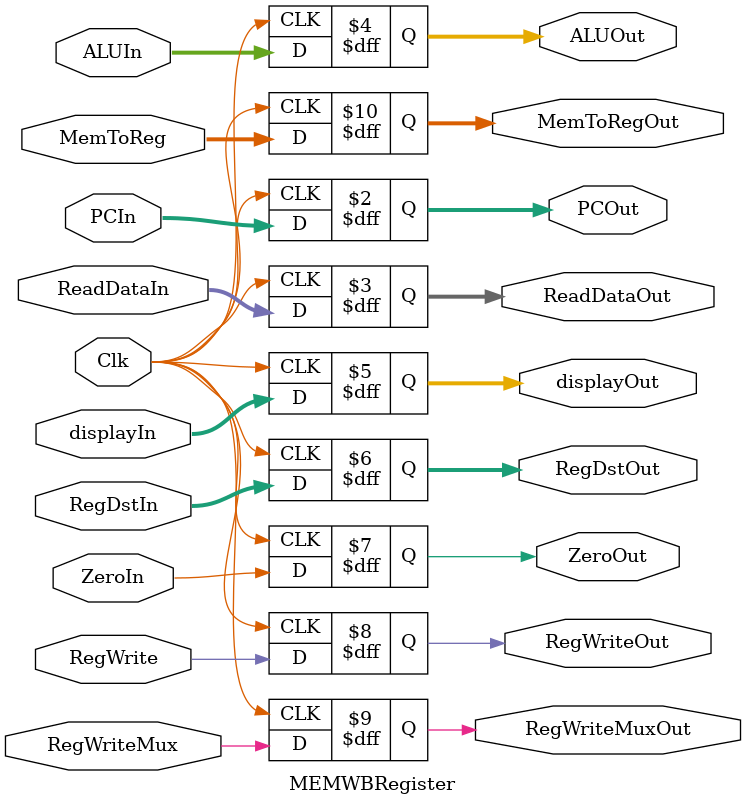
<source format=v>
`timescale 1ns / 1ps

/************************************************************
*
* Filename: MEMWBRegister.v
*
* Author: Thomas Gansheimer
* 
* Implements the MEMWB pipeline register
*
************************************************************/

module MEMWBRegister(PCIn, ZeroIn, ReadDataIn, ALUIn, RegDstIn, MemToReg, RegWriteMux, RegWrite,
    PCOut, ZeroOut, ReadDataOut, ALUOut, RegDstOut, MemToRegOut, RegWriteMuxOut, RegWriteOut, Clk, displayIn, displayOut);
    
    input [31:0] PCIn, ReadDataIn, ALUIn, displayIn;
    input [4:0] RegDstIn;
    input ZeroIn, RegWrite, RegWriteMux, Clk;
    input [1:0] MemToReg;
    
    output reg [31:0] PCOut, ReadDataOut, ALUOut, displayOut;
    output reg [4:0] RegDstOut;
    output reg ZeroOut, RegWriteOut, RegWriteMuxOut;
    output reg [1:0] MemToRegOut;
    
    always @(posedge Clk)begin
        PCOut <= PCIn;
        ReadDataOut <= ReadDataIn;
        ALUOut <= ALUIn;
        RegDstOut <= RegDstIn;
        ZeroOut <= ZeroIn;
        RegWriteOut <= RegWrite;
        RegWriteMuxOut <= RegWriteMux;
        MemToRegOut <= MemToReg;
        displayOut <= displayIn;
    end
endmodule

</source>
